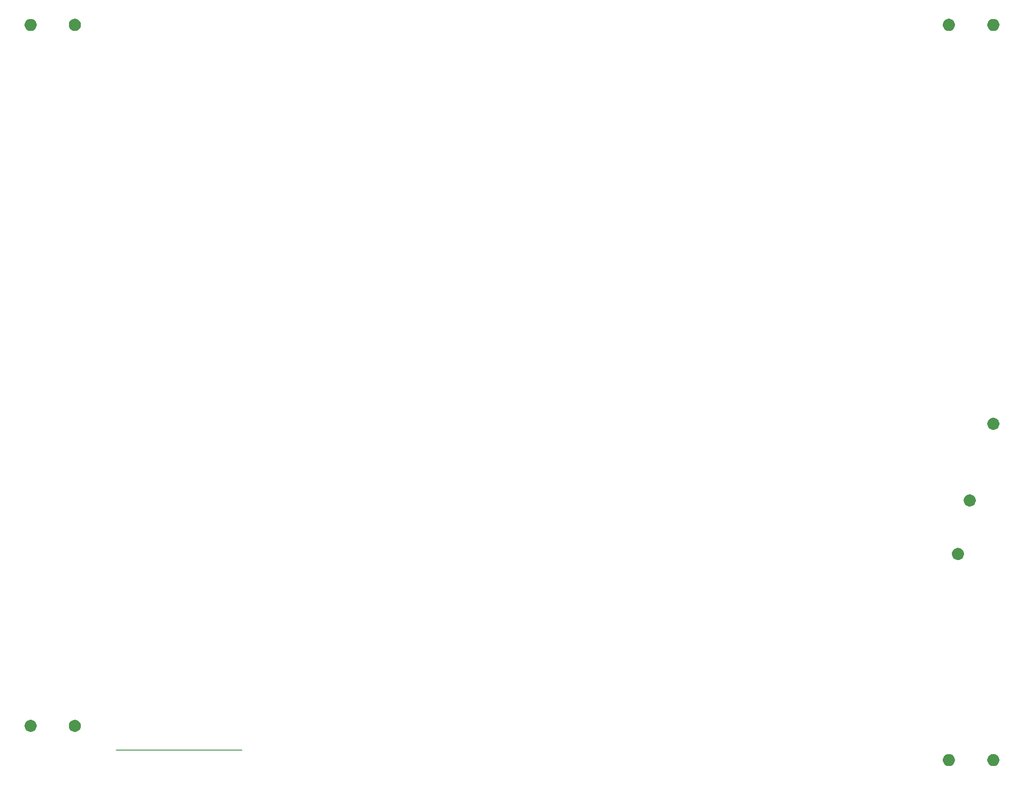
<source format=gbr>
G04 #@! TF.GenerationSoftware,KiCad,Pcbnew,(5.1.5-0-10_14)*
G04 #@! TF.CreationDate,2020-04-18T19:29:34+09:00*
G04 #@! TF.ProjectId,colice_left_topFrame,636f6c69-6365-45f6-9c65-66745f746f70,rev?*
G04 #@! TF.SameCoordinates,Original*
G04 #@! TF.FileFunction,Soldermask,Bot*
G04 #@! TF.FilePolarity,Negative*
%FSLAX46Y46*%
G04 Gerber Fmt 4.6, Leading zero omitted, Abs format (unit mm)*
G04 Created by KiCad (PCBNEW (5.1.5-0-10_14)) date 2020-04-18 19:29:34*
%MOMM*%
%LPD*%
G04 APERTURE LIST*
%ADD10C,0.150000*%
%ADD11C,0.100000*%
G04 APERTURE END LIST*
D10*
X59055000Y-154940000D02*
X35560000Y-154940000D01*
D11*
G36*
X199510161Y-155706391D02*
G01*
X199702817Y-155786192D01*
X199715081Y-155791272D01*
X199899503Y-155914499D01*
X200056341Y-156071337D01*
X200176175Y-156250681D01*
X200179569Y-156255761D01*
X200264449Y-156460679D01*
X200307720Y-156678217D01*
X200307720Y-156900023D01*
X200264449Y-157117561D01*
X200181673Y-157317399D01*
X200179568Y-157322481D01*
X200056341Y-157506903D01*
X199899503Y-157663741D01*
X199715081Y-157786968D01*
X199715080Y-157786969D01*
X199715079Y-157786969D01*
X199510161Y-157871849D01*
X199292623Y-157915120D01*
X199070817Y-157915120D01*
X198853279Y-157871849D01*
X198648361Y-157786969D01*
X198648360Y-157786969D01*
X198648359Y-157786968D01*
X198463937Y-157663741D01*
X198307099Y-157506903D01*
X198183872Y-157322481D01*
X198181767Y-157317399D01*
X198098991Y-157117561D01*
X198055720Y-156900023D01*
X198055720Y-156678217D01*
X198098991Y-156460679D01*
X198183871Y-156255761D01*
X198187265Y-156250681D01*
X198307099Y-156071337D01*
X198463937Y-155914499D01*
X198648359Y-155791272D01*
X198660623Y-155786192D01*
X198853279Y-155706391D01*
X199070817Y-155663120D01*
X199292623Y-155663120D01*
X199510161Y-155706391D01*
G37*
G36*
X191224681Y-155701311D02*
G01*
X191429599Y-155786191D01*
X191429601Y-155786192D01*
X191614023Y-155909419D01*
X191770861Y-156066257D01*
X191894088Y-156250679D01*
X191894089Y-156250681D01*
X191978969Y-156455599D01*
X192022240Y-156673137D01*
X192022240Y-156894943D01*
X191978969Y-157112481D01*
X191976864Y-157117562D01*
X191894088Y-157317401D01*
X191770861Y-157501823D01*
X191614023Y-157658661D01*
X191429601Y-157781888D01*
X191429600Y-157781889D01*
X191429599Y-157781889D01*
X191224681Y-157866769D01*
X191007143Y-157910040D01*
X190785337Y-157910040D01*
X190567799Y-157866769D01*
X190362881Y-157781889D01*
X190362880Y-157781889D01*
X190362879Y-157781888D01*
X190178457Y-157658661D01*
X190021619Y-157501823D01*
X189898392Y-157317401D01*
X189815616Y-157117562D01*
X189813511Y-157112481D01*
X189770240Y-156894943D01*
X189770240Y-156673137D01*
X189813511Y-156455599D01*
X189898391Y-156250681D01*
X189898392Y-156250679D01*
X190021619Y-156066257D01*
X190178457Y-155909419D01*
X190362879Y-155786192D01*
X190362881Y-155786191D01*
X190567799Y-155701311D01*
X190785337Y-155658040D01*
X191007143Y-155658040D01*
X191224681Y-155701311D01*
G37*
G36*
X28187161Y-149325911D02*
G01*
X28392079Y-149410791D01*
X28392081Y-149410792D01*
X28576503Y-149534019D01*
X28733341Y-149690857D01*
X28733342Y-149690859D01*
X28856569Y-149875281D01*
X28941449Y-150080199D01*
X28984720Y-150297737D01*
X28984720Y-150519543D01*
X28941449Y-150737081D01*
X28856569Y-150941999D01*
X28856568Y-150942001D01*
X28733341Y-151126423D01*
X28576503Y-151283261D01*
X28392081Y-151406488D01*
X28392080Y-151406489D01*
X28392079Y-151406489D01*
X28187161Y-151491369D01*
X27969623Y-151534640D01*
X27747817Y-151534640D01*
X27530279Y-151491369D01*
X27325361Y-151406489D01*
X27325360Y-151406489D01*
X27325359Y-151406488D01*
X27140937Y-151283261D01*
X26984099Y-151126423D01*
X26860872Y-150942001D01*
X26860871Y-150941999D01*
X26775991Y-150737081D01*
X26732720Y-150519543D01*
X26732720Y-150297737D01*
X26775991Y-150080199D01*
X26860871Y-149875281D01*
X26984098Y-149690859D01*
X26984099Y-149690857D01*
X27140937Y-149534019D01*
X27325359Y-149410792D01*
X27325361Y-149410791D01*
X27530279Y-149325911D01*
X27747817Y-149282640D01*
X27969623Y-149282640D01*
X28187161Y-149325911D01*
G37*
G36*
X19957561Y-149325911D02*
G01*
X20162479Y-149410791D01*
X20162481Y-149410792D01*
X20346903Y-149534019D01*
X20503741Y-149690857D01*
X20503742Y-149690859D01*
X20626969Y-149875281D01*
X20711849Y-150080199D01*
X20755120Y-150297737D01*
X20755120Y-150519543D01*
X20711849Y-150737081D01*
X20626969Y-150941999D01*
X20626968Y-150942001D01*
X20503741Y-151126423D01*
X20346903Y-151283261D01*
X20162481Y-151406488D01*
X20162480Y-151406489D01*
X20162479Y-151406489D01*
X19957561Y-151491369D01*
X19740023Y-151534640D01*
X19518217Y-151534640D01*
X19300679Y-151491369D01*
X19095761Y-151406489D01*
X19095760Y-151406489D01*
X19095759Y-151406488D01*
X18911337Y-151283261D01*
X18754499Y-151126423D01*
X18631272Y-150942001D01*
X18631271Y-150941999D01*
X18546391Y-150737081D01*
X18503120Y-150519543D01*
X18503120Y-150297737D01*
X18546391Y-150080199D01*
X18631271Y-149875281D01*
X18754498Y-149690859D01*
X18754499Y-149690857D01*
X18911337Y-149534019D01*
X19095759Y-149410792D01*
X19095761Y-149410791D01*
X19300679Y-149325911D01*
X19518217Y-149282640D01*
X19740023Y-149282640D01*
X19957561Y-149325911D01*
G37*
G36*
X192936641Y-117220311D02*
G01*
X193141559Y-117305191D01*
X193141561Y-117305192D01*
X193325983Y-117428419D01*
X193482821Y-117585257D01*
X193482822Y-117585259D01*
X193606049Y-117769681D01*
X193690929Y-117974599D01*
X193734200Y-118192137D01*
X193734200Y-118413943D01*
X193690929Y-118631481D01*
X193606049Y-118836399D01*
X193606048Y-118836401D01*
X193482821Y-119020823D01*
X193325983Y-119177661D01*
X193141561Y-119300888D01*
X193141560Y-119300889D01*
X193141559Y-119300889D01*
X192936641Y-119385769D01*
X192719103Y-119429040D01*
X192497297Y-119429040D01*
X192279759Y-119385769D01*
X192074841Y-119300889D01*
X192074840Y-119300889D01*
X192074839Y-119300888D01*
X191890417Y-119177661D01*
X191733579Y-119020823D01*
X191610352Y-118836401D01*
X191610351Y-118836399D01*
X191525471Y-118631481D01*
X191482200Y-118413943D01*
X191482200Y-118192137D01*
X191525471Y-117974599D01*
X191610351Y-117769681D01*
X191733578Y-117585259D01*
X191733579Y-117585257D01*
X191890417Y-117428419D01*
X192074839Y-117305192D01*
X192074841Y-117305191D01*
X192279759Y-117220311D01*
X192497297Y-117177040D01*
X192719103Y-117177040D01*
X192936641Y-117220311D01*
G37*
G36*
X195105801Y-107233031D02*
G01*
X195310719Y-107317911D01*
X195310721Y-107317912D01*
X195495143Y-107441139D01*
X195651981Y-107597977D01*
X195651982Y-107597979D01*
X195775209Y-107782401D01*
X195860089Y-107987319D01*
X195903360Y-108204857D01*
X195903360Y-108426663D01*
X195860089Y-108644201D01*
X195775209Y-108849119D01*
X195775208Y-108849121D01*
X195651981Y-109033543D01*
X195495143Y-109190381D01*
X195310721Y-109313608D01*
X195310720Y-109313609D01*
X195310719Y-109313609D01*
X195105801Y-109398489D01*
X194888263Y-109441760D01*
X194666457Y-109441760D01*
X194448919Y-109398489D01*
X194244001Y-109313609D01*
X194244000Y-109313609D01*
X194243999Y-109313608D01*
X194059577Y-109190381D01*
X193902739Y-109033543D01*
X193779512Y-108849121D01*
X193779511Y-108849119D01*
X193694631Y-108644201D01*
X193651360Y-108426663D01*
X193651360Y-108204857D01*
X193694631Y-107987319D01*
X193779511Y-107782401D01*
X193902738Y-107597979D01*
X193902739Y-107597977D01*
X194059577Y-107441139D01*
X194243999Y-107317912D01*
X194244001Y-107317911D01*
X194448919Y-107233031D01*
X194666457Y-107189760D01*
X194888263Y-107189760D01*
X195105801Y-107233031D01*
G37*
G36*
X199510161Y-92937911D02*
G01*
X199715079Y-93022791D01*
X199715081Y-93022792D01*
X199899503Y-93146019D01*
X200056341Y-93302857D01*
X200056342Y-93302859D01*
X200179569Y-93487281D01*
X200264449Y-93692199D01*
X200307720Y-93909737D01*
X200307720Y-94131543D01*
X200264449Y-94349081D01*
X200179569Y-94553999D01*
X200179568Y-94554001D01*
X200056341Y-94738423D01*
X199899503Y-94895261D01*
X199715081Y-95018488D01*
X199715080Y-95018489D01*
X199715079Y-95018489D01*
X199510161Y-95103369D01*
X199292623Y-95146640D01*
X199070817Y-95146640D01*
X198853279Y-95103369D01*
X198648361Y-95018489D01*
X198648360Y-95018489D01*
X198648359Y-95018488D01*
X198463937Y-94895261D01*
X198307099Y-94738423D01*
X198183872Y-94554001D01*
X198183871Y-94553999D01*
X198098991Y-94349081D01*
X198055720Y-94131543D01*
X198055720Y-93909737D01*
X198098991Y-93692199D01*
X198183871Y-93487281D01*
X198307098Y-93302859D01*
X198307099Y-93302857D01*
X198463937Y-93146019D01*
X198648359Y-93022792D01*
X198648361Y-93022791D01*
X198853279Y-92937911D01*
X199070817Y-92894640D01*
X199292623Y-92894640D01*
X199510161Y-92937911D01*
G37*
G36*
X199515241Y-18454951D02*
G01*
X199707897Y-18534752D01*
X199720161Y-18539832D01*
X199904583Y-18663059D01*
X200061421Y-18819897D01*
X200181255Y-18999241D01*
X200184649Y-19004321D01*
X200269529Y-19209239D01*
X200312800Y-19426777D01*
X200312800Y-19648583D01*
X200269529Y-19866121D01*
X200186753Y-20065959D01*
X200184648Y-20071041D01*
X200061421Y-20255463D01*
X199904583Y-20412301D01*
X199720161Y-20535528D01*
X199720160Y-20535529D01*
X199720159Y-20535529D01*
X199515241Y-20620409D01*
X199297703Y-20663680D01*
X199075897Y-20663680D01*
X198858359Y-20620409D01*
X198653441Y-20535529D01*
X198653440Y-20535529D01*
X198653439Y-20535528D01*
X198469017Y-20412301D01*
X198312179Y-20255463D01*
X198188952Y-20071041D01*
X198186847Y-20065959D01*
X198104071Y-19866121D01*
X198060800Y-19648583D01*
X198060800Y-19426777D01*
X198104071Y-19209239D01*
X198188951Y-19004321D01*
X198192345Y-18999241D01*
X198312179Y-18819897D01*
X198469017Y-18663059D01*
X198653439Y-18539832D01*
X198665703Y-18534752D01*
X198858359Y-18454951D01*
X199075897Y-18411680D01*
X199297703Y-18411680D01*
X199515241Y-18454951D01*
G37*
G36*
X19957561Y-18454951D02*
G01*
X20150217Y-18534752D01*
X20162481Y-18539832D01*
X20346903Y-18663059D01*
X20503741Y-18819897D01*
X20623575Y-18999241D01*
X20626969Y-19004321D01*
X20711849Y-19209239D01*
X20755120Y-19426777D01*
X20755120Y-19648583D01*
X20711849Y-19866121D01*
X20629073Y-20065959D01*
X20626968Y-20071041D01*
X20503741Y-20255463D01*
X20346903Y-20412301D01*
X20162481Y-20535528D01*
X20162480Y-20535529D01*
X20162479Y-20535529D01*
X19957561Y-20620409D01*
X19740023Y-20663680D01*
X19518217Y-20663680D01*
X19300679Y-20620409D01*
X19095761Y-20535529D01*
X19095760Y-20535529D01*
X19095759Y-20535528D01*
X18911337Y-20412301D01*
X18754499Y-20255463D01*
X18631272Y-20071041D01*
X18629167Y-20065959D01*
X18546391Y-19866121D01*
X18503120Y-19648583D01*
X18503120Y-19426777D01*
X18546391Y-19209239D01*
X18631271Y-19004321D01*
X18634665Y-18999241D01*
X18754499Y-18819897D01*
X18911337Y-18663059D01*
X19095759Y-18539832D01*
X19108023Y-18534752D01*
X19300679Y-18454951D01*
X19518217Y-18411680D01*
X19740023Y-18411680D01*
X19957561Y-18454951D01*
G37*
G36*
X191224681Y-18449871D02*
G01*
X191429599Y-18534751D01*
X191429601Y-18534752D01*
X191614023Y-18657979D01*
X191770861Y-18814817D01*
X191894088Y-18999239D01*
X191894089Y-18999241D01*
X191978969Y-19204159D01*
X192022240Y-19421697D01*
X192022240Y-19643503D01*
X191978969Y-19861041D01*
X191976864Y-19866122D01*
X191894088Y-20065961D01*
X191770861Y-20250383D01*
X191614023Y-20407221D01*
X191429601Y-20530448D01*
X191429600Y-20530449D01*
X191429599Y-20530449D01*
X191224681Y-20615329D01*
X191007143Y-20658600D01*
X190785337Y-20658600D01*
X190567799Y-20615329D01*
X190362881Y-20530449D01*
X190362880Y-20530449D01*
X190362879Y-20530448D01*
X190178457Y-20407221D01*
X190021619Y-20250383D01*
X189898392Y-20065961D01*
X189815616Y-19866122D01*
X189813511Y-19861041D01*
X189770240Y-19643503D01*
X189770240Y-19421697D01*
X189813511Y-19204159D01*
X189898391Y-18999241D01*
X189898392Y-18999239D01*
X190021619Y-18814817D01*
X190178457Y-18657979D01*
X190362879Y-18534752D01*
X190362881Y-18534751D01*
X190567799Y-18449871D01*
X190785337Y-18406600D01*
X191007143Y-18406600D01*
X191224681Y-18449871D01*
G37*
G36*
X28187161Y-18449871D02*
G01*
X28392079Y-18534751D01*
X28392081Y-18534752D01*
X28576503Y-18657979D01*
X28733341Y-18814817D01*
X28856568Y-18999239D01*
X28856569Y-18999241D01*
X28941449Y-19204159D01*
X28984720Y-19421697D01*
X28984720Y-19643503D01*
X28941449Y-19861041D01*
X28939344Y-19866122D01*
X28856568Y-20065961D01*
X28733341Y-20250383D01*
X28576503Y-20407221D01*
X28392081Y-20530448D01*
X28392080Y-20530449D01*
X28392079Y-20530449D01*
X28187161Y-20615329D01*
X27969623Y-20658600D01*
X27747817Y-20658600D01*
X27530279Y-20615329D01*
X27325361Y-20530449D01*
X27325360Y-20530449D01*
X27325359Y-20530448D01*
X27140937Y-20407221D01*
X26984099Y-20250383D01*
X26860872Y-20065961D01*
X26778096Y-19866122D01*
X26775991Y-19861041D01*
X26732720Y-19643503D01*
X26732720Y-19421697D01*
X26775991Y-19204159D01*
X26860871Y-18999241D01*
X26860872Y-18999239D01*
X26984099Y-18814817D01*
X27140937Y-18657979D01*
X27325359Y-18534752D01*
X27325361Y-18534751D01*
X27530279Y-18449871D01*
X27747817Y-18406600D01*
X27969623Y-18406600D01*
X28187161Y-18449871D01*
G37*
M02*

</source>
